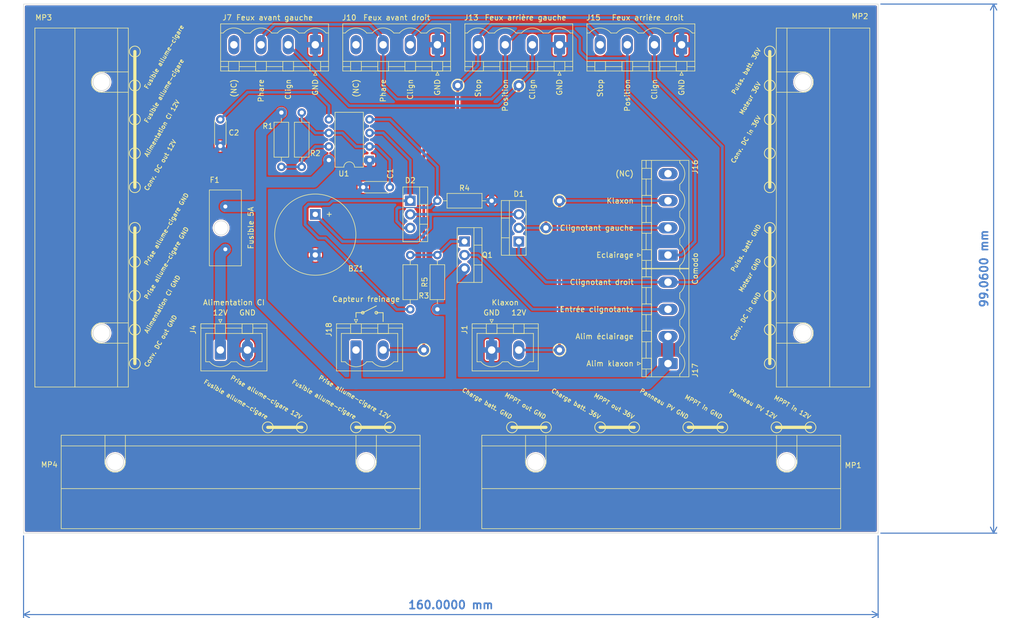
<source format=kicad_pcb>
(kicad_pcb (version 20211014) (generator pcbnew)

  (general
    (thickness 1.6)
  )

  (paper "A4")
  (layers
    (0 "F.Cu" signal)
    (31 "B.Cu" signal)
    (32 "B.Adhes" user "B.Adhesive")
    (33 "F.Adhes" user "F.Adhesive")
    (34 "B.Paste" user)
    (35 "F.Paste" user)
    (36 "B.SilkS" user "B.Silkscreen")
    (37 "F.SilkS" user "F.Silkscreen")
    (38 "B.Mask" user)
    (39 "F.Mask" user)
    (40 "Dwgs.User" user "User.Drawings")
    (41 "Cmts.User" user "User.Comments")
    (42 "Eco1.User" user "User.Eco1")
    (43 "Eco2.User" user "User.Eco2")
    (44 "Edge.Cuts" user)
    (45 "Margin" user)
    (46 "B.CrtYd" user "B.Courtyard")
    (47 "F.CrtYd" user "F.Courtyard")
    (48 "B.Fab" user)
    (49 "F.Fab" user)
    (50 "User.1" user)
    (51 "User.2" user)
    (52 "User.3" user)
    (53 "User.4" user)
    (54 "User.5" user)
    (55 "User.6" user)
    (56 "User.7" user)
    (57 "User.8" user)
    (58 "User.9" user)
  )

  (setup
    (stackup
      (layer "F.SilkS" (type "Top Silk Screen"))
      (layer "F.Paste" (type "Top Solder Paste"))
      (layer "F.Mask" (type "Top Solder Mask") (thickness 0.01))
      (layer "F.Cu" (type "copper") (thickness 0.035))
      (layer "dielectric 1" (type "core") (thickness 1.51) (material "FR4") (epsilon_r 4.5) (loss_tangent 0.02))
      (layer "B.Cu" (type "copper") (thickness 0.035))
      (layer "B.Mask" (type "Bottom Solder Mask") (thickness 0.01))
      (layer "B.Paste" (type "Bottom Solder Paste"))
      (layer "B.SilkS" (type "Bottom Silk Screen"))
      (copper_finish "None")
      (dielectric_constraints no)
    )
    (pad_to_mask_clearance 0)
    (pcbplotparams
      (layerselection 0x00010e0_ffffffff)
      (disableapertmacros false)
      (usegerberextensions false)
      (usegerberattributes true)
      (usegerberadvancedattributes true)
      (creategerberjobfile true)
      (svguseinch false)
      (svgprecision 6)
      (excludeedgelayer true)
      (plotframeref false)
      (viasonmask false)
      (mode 1)
      (useauxorigin false)
      (hpglpennumber 1)
      (hpglpenspeed 20)
      (hpglpendiameter 15.000000)
      (dxfpolygonmode true)
      (dxfimperialunits true)
      (dxfusepcbnewfont true)
      (psnegative false)
      (psa4output false)
      (plotreference true)
      (plotvalue true)
      (plotinvisibletext false)
      (sketchpadsonfab false)
      (subtractmaskfromsilk false)
      (outputformat 1)
      (mirror false)
      (drillshape 0)
      (scaleselection 1)
      (outputdirectory "")
    )
  )

  (net 0 "")
  (net 1 "GND")
  (net 2 "Net-(F1-Pad2)")
  (net 3 "Net-(D1-Pad1)")
  (net 4 "Net-(D1-Pad2)")
  (net 5 "unconnected-(J7-Pad4)")
  (net 6 "unconnected-(J10-Pad4)")
  (net 7 "Net-(J10-Pad3)")
  (net 8 "Net-(J13-Pad4)")
  (net 9 "Net-(J1-Pad2)")
  (net 10 "/Flasher/Out")
  (net 11 "unconnected-(J17-Pad4)")
  (net 12 "/12V_5A")
  (net 13 "Net-(Q1-Pad1)")
  (net 14 "Net-(C1-Pad1)")
  (net 15 "Net-(D2-Pad1)")
  (net 16 "Net-(D2-Pad3)")
  (net 17 "Net-(C2-Pad1)")
  (net 18 "Net-(R1-Pad2)")
  (net 19 "/Flasher/Enable")

  (footprint "circuit:Wago_221-500_SplicingConnectorHolder" (layer "F.Cu") (at 94.615 72.39 90))

  (footprint "Buzzer_Beeper:Buzzer_15x7.5RM7.6" (layer "F.Cu") (at 134.62 73.66 -90))

  (footprint "circuit:Strap_D2.0mm_Drill1.0mm" (layer "F.Cu") (at 172.72 49.53))

  (footprint "circuit:Wago_221-500_SplicingConnectorHolder" (layer "F.Cu") (at 120.65 120.015 180))

  (footprint "circuit:Littelfuse_FuseHolder_FL1_178.6764.0001" (layer "F.Cu") (at 117.78 76.2 -90))

  (footprint "Capacitor_THT:C_Disc_D4.3mm_W1.9mm_P5.00mm" (layer "F.Cu") (at 116.84 55.88 -90))

  (footprint "circuit:Generic_HeaderSocket_1x02_P5.08mm_Vertical_Open" (layer "F.Cu") (at 116.84 99.06))

  (footprint "Resistor_THT:R_Axial_DIN0207_L6.3mm_D2.5mm_P10.16mm_Horizontal" (layer "F.Cu") (at 152.4 91.44 90))

  (footprint "circuit:Generic_HeaderSocket_1x04_P5.08mm_Vertical_Open" (layer "F.Cu") (at 180.34 41.91 180))

  (footprint "Package_DIP:DIP-8_W7.62mm" (layer "F.Cu") (at 144.78 63.5 180))

  (footprint "circuit:Strap_D2.0mm_Drill1.0mm" (layer "F.Cu") (at 177.8 76.2))

  (footprint "circuit:Strap_D2.0mm_Drill1.0mm" (layer "F.Cu") (at 180.34 99.06))

  (footprint "circuit:Generic_HeaderSocket_1x04_P5.08mm_Vertical_Open" (layer "F.Cu") (at 203.2 41.91 180))

  (footprint "Package_TO_SOT_THT:TO-220-3_Vertical" (layer "F.Cu") (at 172.72 78.74 90))

  (footprint "circuit:Generic_HeaderSocket_1x04_P5.08mm_Vertical_Open" (layer "F.Cu") (at 134.62 41.91 180))

  (footprint "Package_TO_SOT_THT:TO-220-3_Vertical" (layer "F.Cu") (at 152.4 71.12 -90))

  (footprint "circuit:Generic_HeaderSocket_1x04_P5.08mm_Vertical_Open" (layer "F.Cu") (at 200.66 101.6 90))

  (footprint "Resistor_THT:R_Axial_DIN0207_L6.3mm_D2.5mm_P10.16mm_Horizontal" (layer "F.Cu") (at 157.48 91.44 90))

  (footprint "circuit:Wago_221-500_SplicingConnectorHolder" (layer "F.Cu") (at 225.933 72.39 -90))

  (footprint "Resistor_THT:R_Axial_DIN0207_L6.3mm_D2.5mm_P10.16mm_Horizontal" (layer "F.Cu") (at 157.48 71.12))

  (footprint "circuit:Strap_D2.0mm_Drill1.0mm" (layer "F.Cu") (at 154.94 99.06))

  (footprint "Resistor_THT:R_Axial_DIN0207_L6.3mm_D2.5mm_P10.16mm_Horizontal" (layer "F.Cu") (at 128.27 54.61 -90))

  (footprint "Resistor_THT:R_Axial_DIN0207_L6.3mm_D2.5mm_P10.16mm_Horizontal" (layer "F.Cu") (at 132.08 64.77 90))

  (footprint "circuit:Strap_D2.0mm_Drill1.0mm" (layer "F.Cu") (at 180.34 71.12))

  (footprint "Capacitor_THT:C_Disc_D4.3mm_W1.9mm_P5.00mm" (layer "F.Cu") (at 148.59 68.58 180))

  (footprint "circuit:Strap_D2.0mm_Drill1.0mm" (layer "F.Cu") (at 161.29 49.53))

  (footprint "circuit:Generic_HeaderSocket_1x02_P5.08mm_Vertical_Open" (layer "F.Cu") (at 167.64 99.06))

  (footprint "circuit:Wago_221-500_SplicingConnectorHolder" (layer "F.Cu") (at 199.39 120.015 180))

  (footprint "circuit:Generic_HeaderSocket_1x02_P5.08mm_Vertical_Open" (layer "F.Cu") (at 142.24 99.06))

  (footprint "circuit:Generic_HeaderSocket_1x04_P5.08mm_Vertical_Open" (layer "F.Cu") (at 200.66 81.28 90))

  (footprint "Package_TO_SOT_THT:TO-220-3_Vertical" (layer "F.Cu") (at 162.56 78.74 -90))

  (footprint "circuit:Generic_HeaderSocket_1x04_P5.08mm_Vertical_Open" (layer "F.Cu") (at 157.48 41.91 180))

  (gr_circle (center 219.71 43.18) (end 219.71 44.196) (layer "F.SilkS") (width 0.15) (fill none) (tstamp 00cc452e-ba96-4e88-af55-18733b4ebc37))
  (gr_line (start 143.51 92.075) (end 146.05 90.805) (layer "F.SilkS") (width 0.15) (tstamp 037ebb6b-c1e3-482d-a0fb-4947fbe14174))
  (gr_circle (center 227.33 113.538) (end 228.346 113.538) (layer "F.SilkS") (width 0.15) (fill none) (tstamp 055fcf87-c6aa-4d3a-b430-5d09e34b74e5))
  (gr_circle (center 100.838 82.55) (end 100.838 83.566) (layer "F.SilkS") (width 0.15) (fill none) (tstamp 0b32eb5e-cf7d-4f91-a80b-b69cb363145f))
  (gr_circle (center 100.838 55.88) (end 100.838 56.896) (layer "F.SilkS") (width 0.15) (fill none) (tstamp 0d55e7a3-dc43-43c6-9a9a-2009d8d31a46))
  (gr_circle (center 219.71 101.6) (end 219.71 102.616) (layer "F.SilkS") (width 0.15) (fill none) (tstamp 0e0ef8f7-8f11-42c6-a45f-df3b4592f844))
  (gr_circle (center 100.838 76.2) (end 100.838 77.216) (layer "F.SilkS") (width 0.15) (fill none) (tstamp 1c60a30a-615f-448b-a49b-d8cc700366e8))
  (gr_circle (center 219.71 55.88) (end 219.71 56.896) (layer "F.SilkS") (width 0.15) (fill none) (tstamp 1eb217a3-880e-4df2-9811-286c14ac7f74))
  (gr_circle (center 100.838 49.53) (end 100.838 50.546) (layer "F.SilkS") (width 0.15) (fill none) (tstamp 21c33e54-0519-410a-b68d-8ed076ea3b1e))
  (gr_circle (center 219.71 95.25) (end 219.71 96.266) (layer "F.SilkS") (width 0.15) (fill none) (tstamp 22f715ec-100a-4c8e-ab3e-fe94307aa39f))
  (gr_line (start 142.24 92.075) (end 143.51 92.075) (layer "F.SilkS") (width 0.15) (tstamp 2665a517-cfa8-4700-85c7-f742ee9f908d))
  (gr_line (start 219.71 101.6) (end 219.71 76.2) (layer "F.SilkS") (width 0.6) (tstamp 267ab17e-424b-4c5b-bf96-65deaaa5db5d))
  (gr_line (start 171.45 113.538) (end 177.8 113.538) (layer "F.SilkS") (width 0.6) (tstamp 276e2239-1b6d-4c52-a207-9385ed3216ee))
  (gr_circle (center 204.47 113.538) (end 204.47 114.554) (layer "F.SilkS") (width 0.15) (fill none) (tstamp 30a29d66-4141-4259-8081-d6952d8bac58))
  (gr_line (start 142.24 92.964) (end 142.24 92.075) (layer "F.SilkS") (width 0.15) (tstamp 317163f5-2dcf-44f7-ad22-042c6ecaf6a0))
  (gr_circle (center 219.71 76.2) (end 219.71 77.216) (layer "F.SilkS") (width 0.15) (fill none) (tstamp 3415d0f1-a5ec-4da2-977b-59cdf177a34e))
  (gr_circle (center 143.51 92.075) (end 143.51 92.329) (layer "F.SilkS") (width 0.15) (fill none) (tstamp 3ba68855-4f8b-4d02-b57a-7a757e623ac6))
  (gr_line (start 147.32 93.726) (end 147.32 92.075) (layer "F.SilkS") (width 0.15) (tstamp 4884cbfa-0b58-4e04-88a2-8b0679a49cfe))
  (gr_circle (center 177.8 113.538) (end 178.816 113.538) (layer "F.SilkS") (width 0.15) (fill none) (tstamp 4ae8d5b6-ac5e-42d2-b8f3-c8cc021daa80))
  (gr_circle (center 100.838 62.23) (end 100.838 63.246) (layer "F.SilkS") (width 0.15) (fill none) (tstamp 51e3ee0a-facb-4db4-9532-340a50f8f1f2))
  (gr_circle (center 210.82 113.538) (end 211.836 113.538) (layer "F.SilkS") (width 0.15) (fill none) (tstamp 556aaf9d-07f6-43f6-8fc0-4e9785c941f1))
  (gr_circle (center 100.838 101.6) (end 100.838 102.616) (layer "F.SilkS") (width 0.15) (fill none) (tstamp 5bf0cce5-0f16-48e1-8027-73d52d0770a7))
  (gr_line (start 146.05 92.075) (end 147.32 92.075) (layer "F.SilkS") (width 0.15) (tstamp 64594d5f-3d87-4b12-b761-9dd43370d25f))
  (gr_line (start 100.838 101.6) (end 100.838 76.2) (layer "F.SilkS") (width 0.6) (tstamp 6880ab3e-a6aa-4a14-9152-a9eb9358d1fc))
  (gr_circle (center 148.59 113.538) (end 149.606 113.538) (layer "F.SilkS") (width 0.15) (fill none) (tstamp 6a0bff84-e9d8-41a3-aabe-ad4db7905799))
  (gr_circle (center 146.05 92.075) (end 146.05 92.329) (layer "F.SilkS") (width 0.15) (fill none) (tstamp 70832878-fccb-4304-88d0-2e6b8d58c95c))
  (gr_line (start 125.73 113.538) (end 132.08 113.538) (layer "F.SilkS") (width 0.6) (tstamp 762ff740-3b01-4bc8-872a-9874ec8e35e1))
  (gr_circle (center 219.71 62.23) (end 219.71 63.246) (layer "F.SilkS") (width 0.15) (fill none) (tstamp 82d429c8-e93d-4f0a-b38e-c4998fc025d4))
  (gr_circle (center 219.71 88.9) (end 219.71 89.916) (layer "F.SilkS") (width 0.15) (fill none) (tstamp 8c73b2a6-3a37-44e3-a20a-4d59420eda58))
  (gr_circle (center 132.08 113.538) (end 133.096 113.538) (layer "F.SilkS") (width 0.15) (fill none) (tstamp 8c76b169-ab5a-4294-b011-8cc6dbfede52))
  (gr_line (start 142.24 113.538) (end 148.59 113.538) (layer "F.SilkS") (width 0.6) (tstamp 91be0c4d-31d3-4e82-bf1f-77f12a0724d3))
  (gr_circle (center 100.838 68.58) (end 100.838 69.596) (layer "F.SilkS") (width 0.15) (fill none) (tstamp 92debe54-aa60-4d78-93c4-7bed450025c3))
  (gr_circle (center 187.96 113.538) (end 187.96 114.554) (layer "F.SilkS") (width 0.15) (fill none) (tstamp 9e269d91-7d17-4c00-b467-153271320d02))
  (gr_line (start 204.47 113.538) (end 210.82 113.538) (layer "F.SilkS") (width 0.6) (tstamp 9f5f49d5-5120-4673-b032-f8b828707780))
  (gr_circle (center 219.71 68.58) (end 219.71 69.596) (layer "F.SilkS") (width 0.15) (fill none) (tstamp ae522db0-de0e-46c6-a5db-2a3e5dc1e2c8))
  (gr_line (start 187.96 113.538) (end 194.31 113.538) (layer "F.SilkS") (width 0.6) (tstamp b9dd1e64-81b6-4cb3-a41a-714927a1f651))
  (gr_line (start 220.98 113.538) (end 227.33 113.538) (layer "F.SilkS") (width 0.6) (tstamp bd1578a3-4a14-4bd9-bd84-0de04e146746))
  (gr_line (start 219.71 68.58) (end 219.71 43.18) (layer "F.SilkS") (width 0.6) (tstamp c385224b-423f-40f8-919d-7bb5706505b4))
  (gr_circle (center 100.838 43.18) (end 100.838 44.196) (layer "F.SilkS") (width 0.15) (fill none) (tstamp c52275f8-949a-4fec-91e2-a5d4834b2abf))
  (gr_circle (center 194.31 113.538) (end 195.326 113.538) (layer "F.SilkS") (width 0.15) (fill none) (tstamp c623ebf3-b72b-47a6-99f0-44d878243028))
  (gr_circle (center 142.24 113.538) (end 142.24 114.554) (layer "F.SilkS") (width 0.15) (fill none) (tstamp d76ff1a7-35b0-4008-84bc-2c8ee966a14c))
  (gr_circle (center 219.71 82.55) (end 219.71 83.566) (layer "F.SilkS") (width 0.15) (fill none) (tstamp dd06bd11-c251-457b-b962-c3f96bc19116))
  (gr_circle (center 100.838 95.25) (end 100.838 96.266) (layer "F.SilkS") (width 0.15) (fill none) (tstamp e0a52752-2d8f-477c-9516-b9400a50c85b))
  (gr_line (start 100.838 68.58) (end 100.838 43.18) (layer "F.SilkS") (width 0.6) (tstamp e16a7896-6132-41a2-88b1-6a30824e02f1))
  (gr_circle (center 219.71 49.53) (end 219.71 50.546) (layer "F.SilkS") (width 0.15) (fill none) (tstamp e613b6cd-fa9d-4fee-b77c-739df61b24e7))
  (gr_circle (center 125.73 113.538) (end 125.73 114.554) (layer "F.SilkS") (width 0.15) (fill none) (tstamp ec541a50-51a5-45b4-bd93-6dc3c5da4675))
  (gr_circle (center 171.45 113.538) (end 171.45 114.554) (layer "F.SilkS") (width 0.15) (fill none) (tstamp f896295d-a092-487a-b396-fb2265acf685))
  (gr_circle (center 220.98 113.538) (end 220.98 114.554) (layer "F.SilkS") (width 0.15) (fill none) (tstamp f96da55c-37fd-441a-97cf-2faa4effb06f))
  (gr_circle (center 100.838 88.9) (end 100.838 89.916) (layer "F.SilkS") (width 0.15) (fill none) (tstamp ff786ef8-333e-498b-b6d9-09fa2cc3b86f))
  (gr_rect (start 80 34.29) (end 240 133.35) (layer "Edge.Cuts") (width 0.1) (fill none) (tstamp baf93642-2aff-4fc6-b370-4199fa085aee))
  (gr_text "Entrée clignotants" (at 194.31 91.44) (layer "F.SilkS") (tstamp 009327c0-15ee-46e8-892a-58efec518749)
    (effects (font (size 1 1) (thickness 0.15)) (justify right))
  )
  (gr_text "Puiss. batt. 36V" (at 217.805 42.545 60) (layer "F.SilkS") (tstamp 0179d269-e1dc-4937-a3ba-dc7abdc5a4b8)
    (effects (font (size 0.8 0.8) (thickness 0.15)) (justify right))
  )
  (gr_text "Capteur freinage" (at 144.145 89.535) (layer "F.SilkS") (tstamp 10f0e3a0-addc-4d65-a2d4-724846e23a5f)
    (effects (font (size 1 1) (thickness 0.15)))
  )
  (gr_text "MPPT in GND" (at 210.82 111.76 330) (layer "F.SilkS") (tstamp 12b35428-8b71-4e7d-bfce-e55e30306b03)
    (effects (font (size 0.8 0.8) (thickness 0.15)) (justify right))
  )
  (gr_text "GND" (at 167.64 92.075) (layer "F.SilkS") (tstamp 12d9dba3-877d-4c21-a5de-a6d93121bc35)
    (effects (font (size 1 1) (thickness 0.15)))
  )
  (gr_text "MPPT out 36V" (at 194.31 111.76 330) (layer "F.SilkS") (tstamp 13bbd547-101b-46f3-94a0-1df1740595c5)
    (effects (font (size 0.8 0.8) (thickness 0.15)) (justify right))
  )
  (gr_text "Fusible 5A" (at 122.555 76.2 90) (layer "F.SilkS") (tstamp 1544f11d-aee5-4f7d-8a2a-3a2ade2a123d)
    (effects (font (size 1 1) (thickness 0.15)))
  )
  (gr_text "Klaxon" (at 170.18 90.17) (layer "F.SilkS") (tstamp 181f8ef5-8c40-480c-9ede-6f3c7b5ce2ff)
    (effects (font (size 1 1) (thickness 0.15)))
  )
  (gr_text "GND" (at 121.92 92.075) (layer "F.SilkS") (tstamp 184e2e09-0552-4371-9e84-9ca65c6d6146)
    (effects (font (size 1 1) (thickness 0.15)))
  )
  (gr_text "Charge batt. 36V" (at 187.96 111.76 330) (layer "F.SilkS") (tstamp 2069bd85-f5ab-4eeb-82ac-ac9ee9e228da)
    (effects (font (size 0.8 0.8) (thickness 0.15)) (justify right))
  )
  (gr_text "Prise allume-cigare 12V" (at 132.08 111.76 330) (layer "F.SilkS") (tstamp 21b0bf50-46d5-4c49-8311-ed3f6264e51e)
    (effects (font (size 0.8 0.8) (thickness 0.15)) (justify right))
  )
  (gr_text "MPPT out GND" (at 177.8 111.76 330) (layer "F.SilkS") (tstamp 29a589e5-3dc9-406d-8d03-2e70186b2e09)
    (effects (font (size 0.8 0.8) (thickness 0.15)) (justify right))
  )
  (gr_text "Clignotant droit" (at 194.31 86.36) (layer "F.SilkS") (tstamp 29d90419-1132-4a2b-970e-b0eccfab1cf9)
    (effects (font (size 1 1) (thickness 0.15)) (justify right))
  )
  (gr_text "GND" (at 134.62 48.26 90) (layer "F.SilkS") (tstamp 2c926ee1-e3c9-40cf-95b9-6c82dc648463)
    (effects (font (size 1 1) (thickness 0.15)) (justify right))
  )
  (gr_text "GND" (at 157.48 48.26 90) (layer "F.SilkS") (tstamp 33c457be-7434-4972-9b74-59a2a75dfe1f)
    (effects (font (size 1 1) (thickness 0.15)) (justify right))
  )
  (gr_text "12V" (at 172.72 92.075) (layer "F.SilkS") (tstamp 3464ffab-61f6-4506-aa32-74780900afde)
    (effects (font (size 1 1) (thickness 0.15)))
  )
  (gr_text "Conv. DC in GND" (at 217.805 88.265 60) (layer "F.SilkS") (tstamp 354f4214-25cc-4c1c-af90-691b93e325f6)
    (effects (font (size 0.8 0.8) (thickness 0.15)) (justify right))
  )
  (gr_text "Fusible allume-cigare" (at 142.24 111.76 330) (layer "F.SilkS") (tstamp 36a31b89-4d85-42e0-a55c-c839a34f9025)
    (effects (font (size 0.8 0.8) (thickness 0.15)) (justify right))
  )
  (gr_text "Fusible allume-cigare" (at 125.73 111.76 330) (layer "F.SilkS") (tstamp 39e7c3a6-7728-4532-abb1-94c7cefee84c)
    (effects (font (size 0.8 0.8) (thickness 0.15)) (justify right))
  )
  (gr_text "Conv. DC out 12V" (at 102.87 69.215 60) (layer "F.SilkS") (tstamp 4430018d-167b-42c4-88a6-aec09ab96fc1)
    (effects (font (size 0.8 0.8) (thickness 0.15)) (justify left))
  )
  (gr_text "Feux avant gauche" (at 127 36.83) (layer "F.SilkS") (tstamp 479e96c7-febe-46ff-b0f9-4ff5069df68d)
    (effects (font (size 1 1) (thickness 0.15)))
  )
  (gr_text "Feux arrière gauche" (at 173.99 36.83) (layer "F.SilkS") (tstamp 5050200a-ec68-42b1-b377-093dec82d41a)
    (effects (font (size 1 1) (thickness 0.15)))
  )
  (gr_text "Clign" (at 175.26 48.26 90) (layer "F.SilkS") (tstamp 5a15157a-7512-4e5c-84d4-469b0cf5e59f)
    (effects (font (size 1 1) (thickness 0.15)) (justify right))
  )
  (gr_text "Clignotant gauche" (at 194.31 76.2) (layer "F.SilkS") (tstamp 5fdd986d-182f-4920-a3f2-bb498f06298c)
    (effects (font (size 1 1) (thickness 0.15)) (justify right))
  )
  (gr_text "Panneau PV GND" (at 204.47 111.76 330) (layer "F.SilkS") (tstamp 61f9941f-5166-4352-a2f2-5b11a6cad889)
    (effects (font (size 0.8 0.8) (thickness 0.15)) (justify right))
  )
  (gr_text "Alimentation CI 12V" (at 102.87 62.865 60) (layer "F.SilkS") (tstamp 65a57779-4789-40b5-bd5a-fe715e8093a8)
    (effects (font (size 0.8 0.8) (thickness 0.15)) (justify left))
  )
  (gr_text "12V" (at 116.84 92.075) (layer "F.SilkS") (tstamp 67d847b8-f92c-4347-addf-84d787c4ca95)
    (effects (font (size 1 1) (thickness 0.15)))
  )
  (gr_text "Prise allume-cigare GND" (at 102.87 83.185 60) (layer "F.SilkS") (tstamp 6eff0d18-74e4-4ad2-b719-69c3c845f121)
    (effects (font (size 0.8 0.8) (thickness 0.15)) (justify left))
  )
  (gr_text "Clign" (at 198.12 48.26 90) (layer "F.SilkS") (tstamp 700b58be-56ba-4cb7-a015-f3877f13d200)
    (effects (font (size 1 1) (thickness 0.15)) (justify right))
  )
  (gr_text "Alimentation CI GND" (at 102.87 95.885 60) (layer "F.SilkS") (tstamp 71182d09-709a-47f7-b7f3-dac75ae64276)
    (effects (font (size 0.8 0.8) (thickness 0.15)) (justify left))
  )
  (gr_text "Charge batt. GND" (at 171.45 111.76 330) (layer "F.SilkS") (tstamp 714110b5-09b5-4edb-8143-6d8636562c61)
    (effects (font (size 0.8 0.8) (thickness 0.15)) (justify right))
  )
  (gr_text "Stop" (at 165.1 48.26 90) (layer "F.SilkS") (tstamp 722c265d-2783-4131-9fa5-c3608639bdec)
    (effects (font (size 1 1) (thickness 0.15)) (justify right))
  )
  (gr_text "Prise allume-cigare GND" (at 102.87 89.535 60) (layer "F.SilkS") (tstamp 7672544e-9c7f-4530-bed9-ccbf1fc792e2)
    (effects (font (size 0.8 0.8) (thickness 0.15)) (justify left))
  )
  (gr_text "(NC)" (at 142.24 48.26 90) (layer "F.SilkS") (tstamp 81670fe2-cb26-430f-b727-4812bc9dcec2)
    (effects (font (size 1 1) (thickness 0.15)) (justify right))
  )
  (gr_text "Clign" (at 152.4 48.26 90) (layer "F.SilkS") (tstamp 85a06cc9-afdf-41f7-b124-edeaa893efac)
    (effects (font (size 1 1) (thickness 0.15)) (justify right))
  )
  (gr_text "Clign" (at 129.54 48.26 90) (layer "F.SilkS") (tstamp 8e752887-0b98-4c6b-b65f-b332ae9a9362)
    (effects (font (size 1 1) (thickness 0.15)) (justify right))
  )
  (gr_text "Feux arrière droit" (at 196.85 36.83) (layer "F.SilkS") (tstamp 922a98d4-aa77-4c67-b89f-e480c6ae99db)
    (effects (font (size 1 1) (thickness 0.15)))
  )
  (gr_text "Fusible allume-cigare" (at 102.87 56.515 60) (layer "F.SilkS") (tstamp 93c27926-85d0-4404-b295-380ef1e37ac5)
    (effects (font (size 0.8 0.8) (thickness 0.15)) (justify left))
  )
  (gr_text "Position" (at 170.18 48.26 90) (layer "F.SilkS") (tstamp 9403f260-da8c-45a7-9c0e-fdad94d66a10)
    (effects (font (size 1 1) (thickness 0.15)) (justify right))
  )
  (gr_text "Phare" (at 147.32 48.26 90) (layer "F.SilkS") (tstamp 94258d65-465f-472b-ac8e-490f605ed077)
    (effects (font (size 1 1) (thickness 0.15)) (justify right))
  )
  (gr_text "Moteur GND" (at 217.805 81.915 60) (layer "F.SilkS") (tstamp 9a6087f4-bc8b-43cd-8846-40fb689372eb)
    (effects (font (size 0.8 0.8) (thickness 0.15)) (justify right))
  )
  (gr_text "Alim éclairage" (at 194.31 96.52) (layer "F.SilkS") (tstamp ac9c7750-93d2-41f0-97bd-67093134d658)
    (effects (font (size 1 1) (thickness 0.15)) (justify right))
  )
  (gr_text "MPPT in 12V" (at 227.33 111.76 330) (layer "F.SilkS") (tstamp ae97602b-c29e-4540-95a0-a90ab7fb8a31)
    (effects (font (size 0.8 0.8) (thickness 0.15)) (justify right))
  )
  (gr_text "Feux avant droit" (at 149.86 36.83) (layer "F.SilkS") (tstamp b2f15d2e-8ab4-4101-9c07-858be9e8e3b8)
    (effects (font (size 1 1) (thickness 0.15)))
  )
  (gr_text "Eclairage" (at 194.31 81.28) (layer "F.SilkS") (tstamp be57702c-5815-47a9-b9b9-e783c8223dc9)
    (effects (font (size 1 1) (thickness 0.15)) (justify right))
  )
  (gr_text "Phare" (at 124.46 48.26 90) (layer "F.SilkS") (tstamp bf17cf21-f1a8-4a6b-80a7-084e7c3b2eb1)
    (effects (font (size 1 1) (thickness 0.15)) (justify right))
  )
  (gr_text "Panneau PV 12V" (at 220.98 111.76 330) (layer "F.SilkS") (tstamp c002088f-cfde-4354-822c-968e274e8262)
    (effects (font (size 0.8 0.8) (thickness 0.15)) (justify right))
  )
  (gr_text "Stop" (at 187.96 48.26 90) (layer "F.SilkS") (tstamp c097cb44-de61-4987-b402-80ee892def3d)
    (effects (font (size 1 1) (thickness 0.15)) (justify right))
  )
  (gr_text "Moteur 36V" (at 217.805 48.895 60) (layer "F.SilkS") (tstamp c343e982-c378-429e-a351-6bb7a503e83b)
    (effects (font (size 0.8 0.8) (thickness 0.15)) (justify right))
  )
  (gr_text "(NC)" (at 194.31 66.04) (layer "F.SilkS") (tstamp c37607ba-c9a9-4b49-9c6b-40e258059f1a)
    (effects (font (size 1 1) (thickness 0.15)) (justify right))
  )
  (gr_text "Klaxon" (at 194.31 71.12) (layer "F.SilkS") (tstamp c62e4f50-4d66-4232-b6e1-c4686e60ff45)
    (effects (font (size 1 1) (thickness 0.15)) (justify right))
  )
  (gr_text "Alimentation CI" (at 119.38 90.17) (layer "F.SilkS") (tstamp d185276d-52f9-43b2-b205-1ad3d64318ab)
    (effects (font (size 1 1) (thickness 0.15)))
  )
  (gr_text "Conv. DC in 36V" (at 217.805 55.245 60) (layer "F.SilkS") (tstamp d6b3a406-6bda-477d-9ab9-2d46febf82b0)
    (effects (font (size 0.8 0.8) (thickness 0.15)) (justify right))
  )
  (gr_text "Alim klaxon" (at 194.31 101.6) (layer "F.SilkS") (tstamp d6dba4b6-cc89-47bc-8a8e-f65dc0b05f49)
    (effects (font (size 1 1) (thickness 0.15)) (justify right))
  )
  (gr_text "Conv. DC out GND" (at 102.87 102.235 60) (layer "F.SilkS") (tstamp d76d4d60-7c6c-4800-9139-422dfceee3ab)
    (effects (font (size 0.8 0.8) (thickness 0.15)) (justify left))
  )
  (gr_text "Position" (at 193.04 48.26 90) (layer "F.SilkS") (tstamp d996caa2-9490-43a7-b6d5-be6ef90f2813)
    (effects (font (size 1 1) (thickness 0.15)) (justify right))
  )
  (gr_text "Fusible allume-cigare" (at 102.87 50.165 60) (layer "F.SilkS") (tstamp dab41d0b-79b2-4449-b22f-6c5c4e5e953e)
    (effects (font (size 0.8 0.8) (thickness 0.15)) (justify left))
  )
  (gr_text "Comodo" (at 205.74 83.82 90) (layer "F.SilkS") (tstamp dbb9f5e6-2e8f-4c85-afe4-940d2c33e0c6)
    (effects (font (size 1 1) (thickness 0.15)))
  )
  (gr_text "(NC)" (at 119.38 48.26 90) (layer "F.SilkS") (tstamp e6c921ac-e5b4-4c56-a84a-39691a60427d)
    (effects (font (size 1 1) (thickness 0.15)) (justify right))
  )
  (gr_text "GND" (at 203.2 48.26 90) (layer "F.SilkS") (tstamp f06d498b-d592-47e6-b472-036a273bf9fc)
    (effects (font (size 1 1) (thickness 0.15)) (justify right))
  )
  (gr_text "Puiss. batt. GND" (at 217.805 75.565 60) (layer "F.SilkS") (tstamp f2a68f75-7097-4d14-aa83-0930ed3879c2)
    (effects (font (size 0.8 0.8) (thickness 0.15)) (justify right))
  )
  (gr_text "Prise allume-cigare 12V" (at 148.59 111.76 330) (layer "F.SilkS") (tstamp f5ae01be-f92f-46e1-93d8-12890137dba7)
    (effects (font (size 0.8 0.8) (thickness 0.15)) (justify right))
  )
  (gr_text "GND" (at 180.34 48.26 90) (layer "F.SilkS") (tstamp f9a58e77-e2ef-4d43-91c6-174b5c2ccb7e)
    (effects (font (size 1 1) (thickness 0.15)) (justify right))
  )
  (dimension (type aligned) (layer "B.Cu") (tstamp 4e1f1c92-8a9a-4ed5-bef2-e21d317891d9)
    (pts (xy 240 133.35) (xy 80 133.35))
    (height -15.24)
    (gr_text "160.0000 mm" (at 160 146.79) (layer "B.Cu") (tstamp 4e1f1c92-8a9a-4ed5-bef2-e21d317891d9)
      (effects (font (size 1.5 1.5) (thickness 0.3)))
    )
    (format (units 3) (units_format 1) (precision 4))
    (style (thickness 0.2) (arrow_length 1.27) (text_position_mode 0) (extension_height 0.58642) (extension_offset 0.5) keep_text_aligned)
  )
  (dimension (type aligned) (layer "B.Cu") (tstamp 7b10cdd2-34ca-4948-92f5-f31747f57471)
    (pts (xy 240 133.35) (xy 240 34.29))
    (height 21.62)
    (gr_text "99.0600 mm" (at 259.82 83.82 90) (layer "B.Cu") (tstamp 7b10cdd2-34ca-4948-92f5-f31747f57471)
      (effects (font (size 1.5 1.5) (thickness 0.3)))
    )
    (format (units 3) (units_format 1) (precision 4))
    (style (thickness 0.2) (arrow_length 1.27) (text_position_mode 0) (extension_height 0.58642) (extension_offset 0.5) keep_text_aligned)
  )

  (segment (start 116.84 81.14) (end 117.78 80.2) (width 2.032) (layer "B.Cu") (net 2) (tstamp 5c00ef32-89e2-4b31-b097-14aee8989fe3))
  (segment (start 116.84 99.06) (end 116.84 81.14) (width 2.032) (layer "B.Cu") (net 2) (tstamp bbbcfb12-5a4f-4946-9dfa-822d6c963ee0))
  (segment (start 194.31 36.83) (end 198.12 40.64) (width 0.508) (layer "B.Cu") (net 3) (tstamp 1b047a7a-a238-454e-8160-caa19366d198))
  (segment (start 205.74 86.36) (end 200.66 86.36) (width 0.508) (layer "B.Cu") (net 3) (tstamp 4873c0fa-f9f4-4a3b-9e55-0e4de707f919))
  (segment (start 172.72 81.28) (end 177.8 86.36) (width 0.508) (layer "B.Cu") (net 3) (tstamp 5b587f90-2ad8-407c-9476-dfad5d3d8252))
  (segment (start 210.82 81.28) (end 205.74 86.36) (width 0.508) (layer "B.Cu") (net 3) (tstamp 64ccd70d-4c42-4d87-b1d7-1d1154eb1bf7))
  (segment (start 210.82 60.96) (end 210.82 81.28) (width 0.508) (layer "B.Cu") (net 3) (tstamp 851ffa4c-999e-40ab-8ec3-13cd54cd130e))
  (segment (start 172.72 81.28) (end 172.72 78.74) (width 0.508) (layer "B.Cu") (net 3) (tstamp a692b0f7-add8-4118-ae2f-a8afd0a941ca))
  (segment (start 198.12 48.26) (end 210.82 60.96) (width 0.508) (layer "B.Cu") (net 3) (tstamp c704064f-8ed8-4316-8476-f78b187c2d23))
  (segment (start 152.4 40.64) (end 156.21 36.83) (width 0.508) (layer "B.Cu") (net 3) (tstamp cda60d67-cfbe-4899-8113-a44ae70f988a))
  (segment (start 200.66 86.36) (end 177.8 86.36) (width 0.508) (layer "B.Cu") (net 3) (tstamp d02ee71b-f32a-4785-b7c1-5c1bfa3a05ae))
  (segment (start 156.21 36.83) (end 194.31 36.83) (width 0.508) (layer "B.Cu") (net 3) (tstamp daf8d8a4-007f-4463-bbf7-b3835163dda3))
  (segment (start 198.12 41.91) (end 198.12 48.26) (width 0.508) (layer "B.Cu") (net 3) (tstamp e109767f-388d-43c7-b385-1f370cf9d589))
  (segment (start 172.72 50.8) (end 172.72 49.53) (width 0.508) (layer "F.Cu") (net 4) (tstamp 066b0660-1d07-45c1-8ba9-4c3f616aaebd))
  (segment (start 177.8 55.88) (end 172.72 50.8) (width 0.508) (layer "F.Cu") (net 4) (tstamp 9e26137d-40b9-4d9a-8bdb-342d3f6d1d53))
  (segment (start 177.8 76.2) (end 177.8 55.88) (width 0.508) (layer "F.Cu") (net 4) (tstamp b68338df-fb19-4766-b4fc-de93b9b184ce))
  (segment (start 172.72 76.2) (end 200.66 76.2) (width 0.508) (layer "B.Cu") (net 4) (tstamp 14455b78-79a9-4c5f-ad84-71477e1d0310))
  (segment (start 175.26 41.91) (end 175.26 46.99) (width 0.508) (layer "B.Cu") (net 4) (tstamp 217e7820-38f4-497b-bf8c-900dec9daa93))
  (segment (start 140.97 53.34) (end 129.54 41.91) (width 0.508) (layer "B.Cu") (net 4) (tstamp 34c6bc3f-52e8-4958-b11b-9647606ec695))
  (segment (start 168.91 53.34) (end 140.97 53.34) (width 0.508) (layer "B.Cu") (net 4) (tstamp 4e5ba461-1e60-409e-9441-47590a16c898))
  (segment (start 175.26 46.99) (end 172.72 49.53) (width 0.508) (layer "B.Cu") (net 4) (tstamp e40fa4f2-2500-46d2-962a-8d6b9fba4a8e))
  (segment (start 172.72 49.53) (end 168.91 53.34) (width 0.508) (layer "B.Cu") (net 4) (tstamp e98a33b8-753e-4447-9b0a-bb4b1229a761))
  (segment (start 200.66 81.28) (end 203.2 81.28) (width 0.508) (layer "B.Cu") (net 7) (tstamp 03e25e78-de0a-43c9-be9d-f1bda354831a))
  (segment (start 184.15 40.64) (end 184.15 43.18) (width 0.508) (layer "B.Cu") (net 7) (tstamp 05fe1016-7f24-412c-8dd8-9bea47170f8e))
  (segment (start 147.32 49.53) (end 147.32 41.91) (width 0.508) (layer "B.Cu") (net 7) (tstamp 06e84a9e-2ba9-459b-8c94-e28aa8258f8d))
  (segment (start 182.88 39.37) (end 184.15 40.64) (width 0.508) (layer "B.Cu") (net 7) (tstamp 0e1255eb-10f5-49d6-8156-ccbdbba5aff5))
  (segment (start 124.46 40.64) (end 127 38.1) (width 0.508) (layer "B.Cu") (net 7) (tstamp 34f760b4-3847-4c4d-8d8d-4e22a8b71931))
  (segment (start 170.18 49.53) (end 167.64 52.07) (width 0.508) (layer "B.Cu") (net 7) (tstamp 35cf3ed3-d609-4b6f-8925-bdeb5ede55ff))
  (segment (start 205.74 78.74) (end 205.74 63.5) (width 0.508) (layer "B.Cu") (net 7) (tstamp 48a0fe0d-de3e-4dd5-b912-a6f011b575a2))
  (segment (start 185.42 44.45) (end 193.04 44.45) (width 0.508) (layer "B.Cu") (net 7) (tstamp 50dfe92c-d161-4d6b-8eb1-ba6b65778db0))
  (segment (start 127 38.1) (end 144.78 38.1) (width 0.508) (layer "B.Cu") (net 7) (tstamp 57949ec2-2d6c-46b1-91e4-7d08848f1caf))
  (segment (start 205.74 63.5) (end 193.04 50.8) (width 0.508) (layer "B.Cu") (net 7) (tstamp 5ac26372-c244-46d2-960a-5df174e80e8d))
  (segment (start 170.18 41.91) (end 172.72 39.37) (width 0.508) (layer "B.Cu") (net 7) (tstamp 5bffe957-7e04-4cd6-b36c-905bebbace62))
  (segment (start 172.72 39.37) (end 182.88 39.37) (width 0.508) (layer "B.Cu") (net 7) (tstamp 82e8a220-a39e-4eb6-b33c-ff121d9860d5))
  (segment (start 193.04 50.8) (end 193.04 44.45) (width 0.508) (layer "B.Cu") (net 7) (tstamp 8f95b7ff-5c40-410e-8fcc-a6c2474a9457))
  (segment (start 149.86 52.07) (end 147.32 49.53) (width 0.508) (layer "B.Cu") (net 7) (tstamp 9372b75f-eeef-4a30-8f00-1c5e6b6be751))
  (segment (start 144.78 38.1) (end 147.32 40.64) (width 0.508) (layer "B.Cu") (net 7) (tstamp 998adf27-3512-4a25-a92d-f129f7da6074))
  (segment (start 193.04 44.45) (end 193.04 40.64) (width 0.508) (layer "B.Cu") (net 7) (tstamp a9eee6db-ef91-4896-87a5-14576d80b0ae))
  (segment (start 170.18 41.91) (end 170.18 49.53) (width 0.508) (layer "B.Cu") (net 7) (tstamp b99290c2-6f32-41e2-afff-748cb8db7787))
  (segment (start 203.2 81.28) (end 205.74 78.74) (width 0.508) (layer "B.Cu") (net 7) (tstamp ef4df4a1-07b2-4a92-87d5-495975714946))
  (segment (start 184.15 43.18) (end 185.42 44.45) (width 0.508) (layer "B.Cu") (net 7) (tstamp fc5e65ee-80f1-4e2e-a8fd-410525239d57))
  (segment (start 167.64 52.07) (end 149.86 52.07) (width 0.508) (layer "B.Cu") (net 7) (tstamp fe67350f-eaa1-4c70-b41f-c9f514b7ab9f))
  (segment (start 154.94 60.96) (end 161.29 54.61) (width 0.508) (layer "F.Cu") (net 8) (tstamp 0ee8b4e5-4b7c-4eb6-8470-e098c46d0b47))
  (segment (start 161.29 54.61) (end 161.29 49.53) (width 0.508) (layer "F.Cu") (net 8) (tstamp 55842a66-7971-400e-b84d-cd98bb16748b))
  (segment (start 154.94 99.06) (end 154.94 60.96) (width 0.508) (layer "F.Cu") (net 8) (tstamp 97a4f443-fc7c-40c2-bb61-124358971834))
  (segment (start 147.32 99.06) (end 154.94 99.06) (width 0.508) (layer "B.Cu") (net 8) (tstamp 1648c317-22ab-4fa3-8b6d-5998287e86a6))
  (segment (start 185.42 38.1) (end 187.96 40.64) (width 0.508) (layer "B.Cu") (net 8) (tstamp 180c0a2e-c9e6-46d6-984b-e682d0446a26))
  (segment (start 165.1 45.72) (end 165.1 41.91) (width 0.508) (layer "B.Cu") (net 8) (tstamp 2544ab90-702a-4571-baca-20aad00ca95b))
  (segment (start 165.1 40.64) (end 167.64 38.1) (width 0.508) (layer "B.Cu") (net 8) (tstamp 904625df-6fca-45d3-86d5-eb2ef3cf357d))
  (segment (start 161.29 49.53) (end 165.1 45.72) (width 0.508) (layer "B.Cu") (net 8) (tstamp aaf085b3-6514-49d2-8ae3-b803085a48d6))
  (segment (start 167.64 38.1) (end 185.42 38.1) (width 0.508) (layer "B.Cu") (net 8) (tstamp b17bf977-72d6-44fc-9735-73102af16fbb))
  (segment (start 180.34 71.12) (end 180.34 99.06) (width 0.508) (layer "F.Cu") (net 9) (tstamp fc586361-934b-48b1-8167-21afb98bfced))
  (segment (start 172.72 99.06) (end 180.34 99.06) (width 0.508) (layer "B.Cu") (net 9) (tstamp 65792217-74d9-4125-94a1-cd04d3a182c0))
  (segment (start 180.34 71.12) (end 200.66 71.12) (width 0.508) (layer "B.Cu") (net 9) (tstamp 874c3ad9-c635-42f6-803b-f251bb60d266))
  (segment (start 162.56 81.28) (end 165.1 81.28) (width 0.508) (layer "B.Cu") (net 10) (tstamp 18061e97-104d-427c-bb22-4d425ed9189d))
  (segment (start 165.1 81.28) (end 175.26 91.44) (width 0.508) (layer "B.Cu") (net 10) (tstamp 8c74fe9c-1e5b-4809-b159-06bbebad21c6))
  (segment (start 200.66 91.44) (end 175.26 91.44) (width 0.508) (layer "B.Cu") (net 10) (tstamp 9fe549c8-4c96-491b-b5a8-2bc8072c6d76))
  (segment (start 137.16 63.5) (end 137.16 64.77) (width 2.032) (layer "B.Cu") (net 12) (tstamp 01142800-f1be-4d1d-a925-d3f6df7d674e))
  (segment (start 124.27 72.2) (end 124.46 72.39) (width 2.032) (layer "B.Cu") (net 12) (tstamp 06421f61-5ffa-4ff2-a7bf-86581897342b))
  (segment (start 124.46 72.39) (end 124.46 67.97) (width 2.032) (layer "B.Cu") (net 12) (tstamp 4ab5aa86-33f2-461a-a6ff-6d25c19f418e))
  (segment (start 142.24 99.06) (end 142.24 105.41) (width 2.032) (layer "B.Cu") (net 12) (tstamp 4cf02094-338c-4a64-9d5b-9e43ede2e1b7))
  (segment (start 160.02 86.36) (end 160.02 91.44) (width 2.032) (layer "B.Cu") (net 12) (tstamp 4fdd993c-5c3d-474b-b3af-c6c58d274593))
  (segment (start 124.46 67.97) (end 124.46 58.42) (width 2.032) (layer "B.Cu") (net 12) (tstamp 5d6064c3-dc2f-4cf7-b3d6-ac7265d93423))
  (segment (start 157.48 91.44) (end 160.02 91.44) (width 2.032) (layer "B.Cu") (net 12) (tstamp 6fb278c1-7142-4181-a0c7-b2383ba5f8de))
  (segment (start 139.7 105.41) (end 124.46 90.17) (width 2.032) (layer "B.Cu") (net 12) (tstamp 807079a5-0548-4890-9fff-cfac8f06853f))
  (segment (start 134.29 67.64) (end 124.79 67.64) (width 2.032) (layer "B.Cu") (net 12) (tstamp 8f2ef603-d6cc-44df-bde8-0c7e52876947))
  (segment (start 162.56 83.82) (end 160.02 86.36) (width 2.032) (layer "B.Cu") (net 12) (tstamp 92f583c5-d38b-4b74-ba0f-1b574822bbb5))
  (segment (start 137.16 64.77) (end 134.29 67.64) (width 2.032) (layer "B.Cu") (net 12) (tstamp 954fe668-763c-4bb2-86ab-1df8c97fca10))
  (segment (start 200.66 101.6) (end 200.66 96.52) (width 2.032) (layer "B.Cu") (net 12) (tstamp a314a824-fad8-4089-b47c-abfff9fe858c))
  (segment (start 124.46 90.17) (end 124.46 72.39) (width 2.032) (layer "B.Cu") (net 12) (tstamp ac40faa8-0117-4cbe-8882-b0a1e1249aae))
  (segment (start 142.24 105.41) (end 139.7 105.41) (width 2.032) (layer "B.Cu") (net 12) (tstamp ae22858b-69f7-4bf3-b3c6-5a3614fbe736))
  (segment (start 117.78 72.2) (end 124.27 72.2) (width 2.032) (layer "B.Cu") (net 12) (tstamp b029f28e-858e-4a20-b585-2041a0048cdc))
  (segment (start 200.66 101.6) (end 196.85 105.41) (width 2.032) (layer "B.Cu") (net 12) (tstamp bb60c27b-6813-4804-aca3-5ecdca15bc9d))
  (segment (start 196.85 105.41) (end 160.02 105.41) (width 2.032) (layer "B.Cu") (net 12) (tstamp bc6421e5-6ed3-4d92-9d7f-f1cb7c10b6a8))
  (segment (start 160.02 91.44) (end 160.02 105.41) (width 2.032) (layer "B.Cu") (net 12) (tstamp dcdbecc4-2a6d-4b20-887c-d6b78b9fccc7))
  (segment (start 142.24 105.41) (end 160.02 105.41) (width 2.032) (layer "B.Cu") (net 12) (tstamp e4a75217-8fef-4cd5-9b6d-bcb303252c29))
  (segment (start 124.46 58.42) (end 128.27 54.61) (width 2.032) (layer "B.Cu") (net 12) (tstamp e8ebad8d-192b-4dd2-9973-a234bed5431c))
  (segment (start 124.46 67.97) (end 124.79 67.64) (width 2.032) (layer "B.Cu") (net 12) (tstamp ec80747d-a736-46b5-8202-23df4e9fc60d))
  (segment (start 152.4 81.28) (end 157.48 81.28) (width 0.508) (layer "B.Cu") (net 13) (tstamp 3667c40b-78ee-4f7e-879a-7b548adf15e3))
  (segment (start 160.02 78.74) (end 162.56 78.74) (width 0.508) (layer "B.Cu") (net 13) (tstamp 8ebe02ae-fd00-4276-8eeb-416aa6ee8694))
  (segment (start 157.48 81.28) (end 160.02 78.74) (width 0.508) (layer "B.Cu") (net 13) (tstamp 8fc6e47c-3da4-4de1-91bf-59e65ae7c9f7))
  (segment (start 134.62 58.42) (end 132.08 55.88) (width 0.508) (layer "B.Cu") (net 14) (tstamp 2bc34181-4cff-43c7-adfd-0ab3a41a6000))
  (segment (start 137.16 58.42) (end 134.62 58.42) (width 0.508) (layer "B.Cu") (net 14) (tstamp 8bd97122-9994-4064-abb2-d583db8912ed))
  (segment (start 139.7 58.42) (end 137.16 58.42) (width 0.508) (layer "B.Cu") (net 14) (tstamp 9711f522-98ea-4734-9311-0f306e9f5c07))
  (segment (start 142.24 60.96) (end 139.7 58.42) (width 0.508) (layer "B.Cu") (net 14) (tstamp cb17ed89-bc6a-4268-80c2-848f2c79e084))
  (segment (start 144.78 60.96) (end 146.05 60.96) (width 0.508) (layer "B.Cu") (net 14) (tstamp d0448cb0-3060-46f6-a1c8-a5c23aeefe3f))
  (segment (start 148.59 63.5) (end 148.59 68.58) (width 0.508) (layer "B.Cu") (net 14) (tstamp dbd06097-2022-4fa4-93bb-0e67b068e587))
  (segment (start 144.78 60.96) (end 142.24 60.96) (width 0.508) (layer "B.Cu") (net 14) (tstamp dde71bc1-10b8-409c-8f9d-ee3a98a70433))
  (segment (start 146.05 60.96) (end 148.59 63.5) (width 0.508) (layer "B.Cu") (net 14) (tstamp f85596f0-a250-42e4-89f6-ca7d63048c8a))
  (segment (start 132.08 55.88) (end 132.08 54.61) (width 0.508) (layer "B.Cu") (net 14) (tstamp feec1fc7-db65-4787-9976-58ed433bad69))
  (segment (start 149.86 91.44) (end 152.4 91.44) (width 0.508) (layer "B.Cu") (net 15) (tstamp 09730a5b-aaf3-45b5-a2b5-18d5fdd69005))
  (segment (start 152.4 71.12) (end 152.4 63.5) (width 0.508) (layer "B.Cu") (net 15) (tstamp 0a985bd3-487a-47f5-bb09-8168e96453f3))
  (segment (start 132.715 75.565) (end 135.255 78.105) (width 0.508) (layer "B.Cu") (net 15) (tstamp 15e15050-7d99-466e-a9b7-4850ada12e9a))
  (segment (start 137.16 71.755) (end 133.35 71.755) (width 0.508) (layer "B.Cu") (net 15) (tstamp 17cd8863-f4bc-4aa1-8c3a-c47c2fba945c))
  (segment (start 147.32 58.42) (end 144.78 58.42) (width 0.508) (layer "B.Cu") (net 15) (tstamp 268ce3c4-2175-43dc-8399-d87021b7eb4b))
  (segment (start 152.4 71.12) (end 137.795 71.12) (width 0.508) (layer "B.Cu") (net 15) (tstamp 339ed90a-177f-490f-8799-6697c5a116cc))
  (segment (start 135.255 78.105) (end 136.525 78.105) (width 0.508) (layer "B.Cu") (net 15) (tstamp 62905c38-1919-4433-96af-6f1c921a0569))
  (segment (start 136.525 78.105) (end 149.86 91.44) (width 0.508) (layer "B.Cu") (net 15) (tstamp 81c3d13c-c708-48bc-8354-563c9e9fe4b3))
  (segment (start 152.4 63.5) (end 147.32 58.42) (width 0.508) (layer "B.Cu") (net 15) (tstamp 8b0c2bf7-d681-4de2-b30e-b1eeeafe165d))
  (segment (start 137.795 71.12) (end 137.16 71.755) (width 0.508) (layer "B.Cu") (net 15) (tstamp 923fdb0e-153f-4425-973a-0e8d0267df00))
  (segment (start 133.35 71.755) (end 132.715 72.39) (width 0.508) (layer "B.Cu") (net 15) (tstamp b0b5abb6-edd6-4923-a614-f8b9025fbe0d))
  (segment (start 132.715 72.39) (end 132.715 75.565) (width 0.508) (layer "B.Cu") (net 15) (tstamp cb9fe9cf-4843-464f-89da-e97e119e635e))
  (segment (start 151.13 76.2) (end 149.86 74.93) (width 0.508) (layer "B.Cu") (net 16) (tstamp 107b76e2-28a0-4465-bb04-5e4cf733a08d))
  (segment (start 144.78 55.88) (end 148.59 55.88) (width 0.508) (layer "B.Cu") (net 16) (tstamp 209e9a77-97d6-4eaf-b25b-434b20f1d52a))
  (segment (start 149.86 74.93) (end 149.86 72.644) (width 0.508) (layer "B.Cu") (net 16) (tstamp 27e783e2-0252-4fda-b605-6841fe3aef05))
  (segment (start 150.114 72.39) (end 150.495 72.39) (width 0.508) (layer "B.Cu") (net 16) (tstamp 3ccc6725-895c-4fb4-875c-3e4a2a5ef80f))
  (segment (start 157.48 71.12) (end 156.21 72.39) (width 0.508) (layer "B.Cu") (net 16) (tstamp 46906232-a72c-4302-baa0-17995eb52b12))
  (segment (start 152.4 76.2) (end 151.13 76.2) (width 0.508) (layer "B.Cu") (net 16) (tstamp 660d926b-159a-40e7-9f19-0e38aec17197))
  (segment (start 148.59 55.88) (end 157.48 64.77) (width 0.508) (layer "B.Cu") (net 16) (tstamp 826817f2-5940-4443-9711-737156260a36))
  (segment (start 150.495 72.39) (end 154.305 72.39) (width 0.22) (layer "B.Cu") (net 16) (tstamp d4bd8bf6-9752-4114-8b92-7d12d4989462))
  (segment (start 149.86 72.644) (end 150.114 72.39) (width 0.508) (layer "B.Cu") (net 16) (tstamp e951c395-4239-4c04-ad56-51018a93bb61))
  (segment (start 156.21 72.39) (end 154.305 72.39) (width 0.508) (layer "B.Cu") (net 16) (tstamp f4631b39-2323-4f26-9068-195ab1ebcf15))
  (segment (start 157.48 64.77) (end 157.48 71.12) (width 0.508) (layer "B.Cu") (net 16) (tstamp f5e994de-b6e1-47b0-b14f-2b1a764d1732))
  (segment (start 121.92 50.8) (end 134.62 50.8) (width 0.508) (layer "B.Cu") (net 17) (tstamp 0af17c72-24dc-41a4-8c29-45886a45e8dc))
  (segment (start 134.62 50.8) (end 137.16 53.34) (width 0.508) (layer "B.Cu") (net 17) (tstamp 27a149f3-32f3-4ce8-8240-b2612311fe2e))
  (segment (start 137.16 53.34) (end 137.16 55.88) (width 0.508) (layer "B.Cu") (net 17) (tstamp 508862dd-a6f9-4461-9358-fd4ad660094f))
  (segment (start 116.84 55.88) (end 121.92 50.8) (width 0.508) (layer "B.Cu") (net 17) (tstamp 7b4fa34a-e800-4a2a-a2a3-1f9baaf3505b))
  (segment (start 137.16 60.96) (end 134.62 60.96) (width 0.508) (layer "B.Cu") (net 18) (tstamp 23453548-fb7f-4161-ac05-f34a6529e252))
  (segment (start 128.27 64.77) (end 132.08 64.77) (width 0.508) (layer "B.Cu") (net 18) (tstamp 4095d808-5a42-476e-b8eb-5339ae0b5785))
  (segment (start 134.62 60.96) (end 132.08 63.5) (width 0.508) (layer "B.Cu") (net 18) (tstamp 93498b84-90c5-430a-ab89-1f83e4167540))
  (segment (start 132.08 63.5) (end 132.08 64.77) (width 0.508) (layer "B.Cu") (net 18) (tstamp a454293e-9013-4ec9-ac54-580711a785f7))
  (segment (start 153.67 78.74) (end 139.7 78.74) (width 0.508) (layer "B.Cu") (net 19) (tstamp 6355724b-565a-431a-a0b0-e70d11940cef))
  (segment (start 156.21 73.66) (end 156.21 76.2) (width 0.508) (layer "B.Cu") (net 19) (tstamp 6e7907d5-96a1-447d-b013-d0230e7e1804))
  (segment (start 139.7 78.74) (end 134.62 73.66) (width 0.508) (layer "B.Cu") (net 19) (tstamp 71282260-2869-40e6-b97e-482a3719fe04))
  (segment (start 152.4 73.66) (end 156.21 73.66) (width 0.508) (layer "B.Cu") (net 19) (tstamp 8f7bcdde-539b-45da-86a1-87fb30d95084))
  (segment (start 156.21 76.2) (end 153.67 78.74) (width 0.508) (layer "B.Cu") (net 19) (tstamp c4fd47e4-bd0f-42ea-ad5a-3e5fd46b1aa8))
  (segment (start 156.21 73.66) (end 172.72 73.66) (width 0.508) (layer "B.Cu") (net 19) (tstamp f7fabeaa-4b75-4c70-9356-1c1eab5dbd1a))

  (zone (net 0) (net_name "") (layer "F.Cu") (tstamp 12d1213e-ccd4-4390-993a-9d0e2019c98b) (hatch edge 0.508)
    (connect_pads (clearance 0.254))
    (min_thickness 0.508) (filled_areas_thickness no)
    (fill yes (thermal_gap 0.508) (thermal_bridge_width 1.016) (island_removal_mode 1) (island_area_min 0))
    (polygon
      (pts
        (xy 240.03 133.35)
        (xy 80.01 133.35)
        (xy 80.01 34.29)
        (xy 240.03 34.29)
      )
    )
    (filled_polygon
      (layer "F.Cu")
      (island)
      (pts
        (xy 239.589319 34.563758)
        (xy 239.671398 34.618602)
        (xy 239.726242 34.700681)
        (xy 239.7455 34.7975)
        (xy 239.7455 132.8425)
        (xy 239.726242 132.939319)
        (xy 239.671398 133.021398)
        (xy 239.589319 133.076242)
        (xy 239.4925 133.0955)
        (xy 80.5075 133.0955)
        (xy 80.410681 133.076242)
        (xy 80.328602 133.021398)
        (xy 80.273758 132.939319)
        (xy 80.2545 132.8425)
        (xy 80.2545 119.9566)
        (xy 95.29668 119.9566)
        (xy 95.298975 120.015)
        (xy 95.306991 120.219022)
        (xy 95.354174 120.477373)
        (xy 95.437289 120.726499)
        (xy 95.554677 120.961429)
        (xy 95.703995 121.177474)
        (xy 95.710068 121.184043)
        (xy 95.710073 121.18405)
        (xy 95.876189 121.363753)
        (xy 95.876196 121.363759)
        (xy 95.882265 121.370325)
        (xy 95.889198 121.375969)
        (xy 95.889204 121.375975)
        (xy 96.014669 121.478119)
        (xy 96.085929 121.536134)
        (xy 96.310924 121.671592)
        (xy 96.552761 121.773997)
        (xy 96.695663 121.811887)
        (xy 96.797972 121.839014)
        (xy 96.797977 121.839015)
        (xy 96.806614 121.841305)
        (xy 97.067418 121.872173)
        (xy 97.168136 121.8698)
        (xy 97.321036 121.866197)
        (xy 97.321043 121.866196)
        (xy 97.32997 121.865986)
        (xy 97.58903 121.822866)
        (xy 97.839431 121.743675)
        (xy 97.920931 121.704539)
        (xy 98.068106 121.633867)
        (xy 98.06811 121.633865)
        (xy 98.076175 121.629992)
        (xy 98.216643 121.536134)
        (xy 98.2871 121.489056)
        (xy 98.287104 121.489053)
        (xy 98.294539 121.484085)
        (xy 98.490167 121.308867)
        (xy 98.659154 121.107832)
        (xy 98.79813 120.884992)
        (xy 98.842811 120.783925)
        (xy 98.900704 120.652974)
        (xy 98.900705 120.65297)
        (xy 98.90432 120.644794)
        (xy 98.975607 120.39203)
        (xy 99.010568 120.131742)
        (xy 99.014237 120.015)
        (xy 99.010102 119.9566)
        (xy 142.28668 119.9566)
        (xy 142.288975 120.015)
        (xy 142.296991 120.219022)
        (xy 142.344174 120.477373)
        (xy 142.427289 120.726499)
        (xy 142.544677 120.961429)
        (xy 142.693995 121.177474)
        (xy 142.700068 121.184043)
        (xy 142.700073 121.18405)
        (xy 142.866189 121.363753)
        (xy 142.866196 121.363759)
        (xy 142.872265 121.370325)
        (xy 142.879198 121.375969)
        (xy 142.879204 121.375975)
        (xy 143.004669 121.478119)
        (xy 143.075929 121.536134)
        (xy 143.300924 121.671592)
        (xy 143.542761 121.773997)
        (xy 143.685663 121.811887)
        (xy 143.787972 121.839014)
        (xy 143.787977 121.839015)
        (xy 143.796614 121.841305)
        (xy 144.057418 121.872173)
        (xy 144.158136 121.8698)
        (xy 144.311036 121.866197)
        (xy 144.311043 121.866196)
        (xy 144.31997 121.865986)
        (xy 144.57903 121.822866)
        (xy 144.829431 121.743675)
        (xy 144.910931 121.704539)
        (xy 145.058106 121.633867)
        (xy 145.05811 121.633865)
        (xy 145.066175 121.629992)
        (xy 145.206643 121.536134)
        (xy 145.2771 121.489056)
        (xy 145.277104 121.489053)
        (xy 145.284539 121.484085)
        (xy 145.480167 121.308867)
        (xy 145.649154 121.107832)
        (xy 145.78813 120.884992)
        (xy 145.832811 120.783925)
        (xy 145.890704 120.652974)
        (xy 145.890705 120.65297)
        (xy 145.89432 120.644794)
        (xy 145.965607 120.39203)
        (xy 146.000568 120.131742)
        (xy 146.004237 120.015)
        (xy 146.000102 119.9566)
        (xy 174.03668 119.9566)
        (xy 174.038975 120.015)
        (xy 174.046991 120.219022)
        (xy 174.094174 120.477373)
        (xy 174.177289 120.726499)
        (xy 174.294677 120.961429)
        (xy 174.443995 121.177474)
        (xy 174.450068 121.184043)
        (xy 174.450073 121.18405)
        (xy 174.616189 121.363753)
        (xy 174.616196 121.363759)
        (xy 174.622265 121.370325)
        (xy 174.629198 121.375969)
        (xy 174.629204 121.375975)
        (xy 174.754669 121.478119)
        (xy 174.825929 121.536134)
        (xy 175.050924 121.671592)
        (xy 175.292761 121.773997)
        (xy 175.435663 121.811887)
        (xy 175.537972 121.839014)
        (xy 175.537977 121.839015)
        (xy 175.546614 121.841305)
        (xy 175.807418 121.872173)
        (xy 175.908136 121.8698)
        (xy 176.061036 121.866197)
        (xy 176.061043 121.866196)
        (xy 176.06997 121.865986)
        (xy 176.32903 121.822866)
        (xy 176.579431 121.743675)
        (xy 176.660931 121.704539)
        (xy 176.808106 121.633867)
        (xy 176.80811 121.633865)
        (xy 176.816175 121.629992)
        (xy 176.956643 121.536134)
        (xy 177.0271 121.489056)
        (xy 177.027104 121.489053)
        (xy 177.034539 121.484085)
        (xy 177.230167 121.308867)
        (xy 177.399154 121.107832)
        (xy 177.53813 120.884992)
        (xy 177.582811 120.783925)
        (xy 177.640704 120.652974)
        (xy 177.640705 120.65297)
        (xy 177.64432 120.644794)
        (xy 177.715607 120.39203)
        (xy 177.750568 120.131742)
        (xy 177.754237 120.015)
        (xy 177.750102 119.9566)
        (xy 221.02668 119.9566)
        (xy 221.028975 120.015)
        (xy 221.036991 120.219022)
        (xy 221.084174 120.477373)
        (xy 221.167289 120.726499)
        (xy 221.284677 120.961429)
        (xy 221.433995 121.177474)
        (xy 221.440068 121.184043)
        (xy 221.440073 121.18405)
        (xy 221.606189 121.363753)
        (xy 221.606196 121.363759)
        (xy 221.612265 121.370325)
        (xy 221.619198 121.375969)
        (xy 221.619204 121.375975)
        (xy 221.744669 121.478119)
        (xy 221.815929 121.536134)
        (xy 222.040924 121.671592)
        (xy 222.282761 121.773997)
        (xy 222.425663 121.811887)
        (xy 222.527972 121.839014)
        (xy 222.527977 121.839015)
        (xy 222.536614 121.841305)
        (xy 222.797418 121.872173)
        (xy 222.898136 121.8698)
        (xy 223.051036 121.866197)
        (xy 223.051043 121.866196)
        (xy 223.05997 121.865986)
        (xy 223.31903 121.822866)
        (xy 223.569431 121.743675)
        (xy 223.650931 121.704539)
        (xy 223.798106 121.633867)
        (xy 223.79811 121.633865)
        (xy 223.806175 121.629992)
        (xy 223.946643 121.536134)
        (xy 224.0171 121.489056)
        (xy 224.017104 121.489053)
        (xy 224.024539 121.484085)
        (xy 224.220167 121.308867)
        (xy 224.389154 121.107832)
        (xy 224.52813 120.884992)
        (xy 224.572811 120.783925)
        (xy 224.630704 120.652974)
        (xy 224.630705 120.65297)
        (xy 224.63432 120.644794)
        (xy 224.705607 120.39203)
        (xy 224.740568 120.131742)
        (xy 224.744237 120.015)
        (xy 224.739472 119.947698)
        (xy 224.726321 119.761951)
        (xy 224.72632 119.761945)
        (xy 224.725689 119.753031)
        (xy 224.715186 119.704243)
        (xy 224.672298 119.505039)
        (xy 224.672297 119.505037)
        (xy 224.670414 119.496289)
        (xy 224.579515 119.249897)
        (xy 224.454806 119.018771)
        (xy 224.329975 118.849763)
        (xy 224.304087 118.814713)
        (xy 224.304082 118.814707)
        (xy 224.298775 118.807522)
        (xy 224.183026 118.689941)
        (xy 224.120807 118.626737)
        (xy 224.120805 118.626735)
        (xy 224.114535 118.620366)
        (xy 223.905764 118.461036)
        (xy 223.849881 118.42974)
        (xy 223.684434 118.337085)
        (xy 223.684431 118.337084)
        (xy 223.676625 118.332712)
        (xy 223.668286 118.329486)
        (xy 223.668282 118.329484)
        (xy 223.554158 118.285333)
        (xy 223.431691 118.237954)
        (xy 223.36139 118.221659)
        (xy 223.184566 118.180673)
        (xy 223.184559 118.180672)
        (xy 223.175849 118.178653)
        (xy 222.914204 118.155992)
        (xy 222.651976 118.170424)
        (xy 222.477673 118.205095)
        (xy 222.403169 118.219914)
        (xy 222.403167 118.219915)
        (xy 222.394397 118.221659)
        (xy 222.385963 118.224621)
        (xy 222.385955 118.224623)
        (xy 222.217496 118.283783)
        (xy 222.146608 118.308677)
        (xy 222.09192 118.337085)
        (xy 221.921491 118.425615)
        (xy 221.921485 118.425618)
        (xy 221.913551 118.42974)
        (xy 221.906278 118.434937)
        (xy 221.906272 118.434941)
        (xy 221.778469 118.526271)
        (xy 221.699878 118.582433)
        (xy 221.69341 118.588603)
        (xy 221.693409 118.588604)
        (xy 221.608608 118.6695)
        (xy 221.509851 118.76371)
        (xy 221.347261 118.969954)
        (xy 221.342773 118.97768)
        (xy 221.34277 118.977685)
        (xy 221.242607 119.150129)
        (xy 221.215354 119.197049)
        (xy 221.116761 119.440464)
        (xy 221.053448 119.695343)
        (xy 221.02668 119.9566)
        (xy 177.750102 119.9566)
        (xy 177.749472 119.947698)
        (xy 177.736321 119.761951)
        (xy 177.73632 119.761945)
        (xy 177.735689 119.753031)
        (xy 177.725186 119.704243)
        (xy 177.682298 119.505039)
        (xy 177.682297 119.505037)
        (xy 177.680414 119.496289)
        (xy 177.589515 119.249897)
        (xy 177.464806 119.018771)
        (xy 177.339975 118.849763)
        (xy 177.314087 118.814713)
        (xy 177.314082 118.814707)
        (xy 177.308775 118.807522)
        (xy 177.193026 118.689941)
        (xy 177.130807 118.626737)
        (xy 177.130805 118.626735)
        (xy 177.124535 118.620366)
        (xy 176.915764 118.461036)
        (xy 176.859881 118.42974)
        (xy 176.694434 118.337085)
        (xy 176.694431 118.337084)
        (xy 176.686625 118.332712)
        (xy 176.678286 118.329486)
        (xy 176.678282 118.329484)
        (xy 176.564158 118.285333)
        (xy 176.441691 118.237954)
        (xy 176.37139 118.221659)
        (xy 176.194566 118.180673)
        (xy 176.194559 118.180672)
        (xy 176.185849 118.178653)
        (xy 175.924204 118.155992)
        (xy 175.661976 118.170424)
        (xy 175.487673 118.205095)
        (xy 175.413169 118.219914)
        (xy 175.413167 118.219915)
        (xy 175.404397 118.221659)
        (xy 175.395963 118.224621)
        (xy 175.395955 118.224623)
        (xy 175.227496 118.283783)
        (xy 175.156608 118.308677)
        (xy 175.10192 118.337085)
        (xy 174.931491 118.425615)
        (xy 174.931485 118.425618)
        (xy 174.923551 118.42974)
        (xy 174.916278 118.434937)
        (xy 174.916272 118.434941)
        (xy 174.788469 118.526271)
        (xy 174.709878 118.582433)
        (xy 174.70341 118.588603)
        (xy 174.703409 118.588604)
        (xy 174.618608 118.6695)
        (xy 174.519851 118.76371)
        (xy 174.357261 118.969954)
        (xy 174.352773 118.97768)
        (xy 174.35277 118.977685)
        (xy 174.252607 119.150129)
        (xy 174.225354 119.197049)
        (xy 174.126761 119.440464)
        (xy 174.063448 119.695343)
        (xy 174.03668 119.9566)
        (xy 146.000102 119.9566)
        (xy 145.999472 119.947698)
        (xy 145.986321 119.761951)
        (xy 145.98632 119.761945)
        (xy 145.985689 119.753031)
        (xy 145.975186 119.704243)
        (xy 145.932298 119.505039)
        (xy 145.932297 119.505037)
        (xy 145.930414 119.496289)
        (xy 145.839515 119.249897)
        (xy 145.714806 119.018771)
        (xy 145.589975 118.849763)
        (xy 145.564087 118.814713)
        (xy 145.564082 118.814707)
        (xy 145.558775 118.807522)
        (xy 145.443026 118.689941)
        (xy 145.380807 118.626737)
        (xy 145.380805 118.626735)
        (xy 145.374535 118.620366)
        (xy 145.165764 118.461036)
        (xy 145.109881 118.42974)
        (xy 144.944434 118.337085)
        (xy 144.944431 118.337084)
        (xy 144.936625 118.332712)
        (xy 144.928286 118.329486)
        (xy 144.928282 118.329484)
        (xy 144.814158 118.285333)
        (xy 144.691691 118.237954)
        (xy 144.62139 118.221659)
        (xy 144.444566 118.180673)
        (xy 144.444559 118.180672)
        (xy 144.435849 118.178653)
        (xy 144.174204 118.155992)
        (xy 143.911976 118.170424)
        (xy 143.737673 118.205095)
        (xy 143.663169 118.219914)
        (xy 143.663167 118.219915)
        (xy 143.654397 118.221659)
        (xy 143.645963 118.224621)
        (xy 143.645955 118.224623)
        (xy 143.477496 118.283783)
        (xy 143.406608 118.308677)
        (xy 143.35192 118.337085)
        (xy 143.181491 118.425615)
        (xy 143.181485 118.425618)
        (xy 143.173551 118.42974)
        (xy 143.166278 118.434937)
        (xy 143.166272 118.434941)
        (xy 143.038469 118.526271)
        (xy 142.959878 118.582433)
        (xy 142.95341 118.588603)
        (xy 142.953409 118.588604)
        (xy 142.868608 118.6695)
        (xy 142.769851 118.76371)
        (xy 142.607261 118.969954)
        (xy 142.602773 118.97768)
        (xy 142.60277 118.977685)
        (xy 142.502607 119.150129)
        (xy 142.475354 119.197049)
        (xy 142.376761 119.440464)
        (xy 142.313448 119.695343)
        (xy 142.28668 119.9566)
        (xy 99.010102 119.9566)
        (xy 99.009472 119.947698)
        (xy 98.996321 119.761951)
        (xy 98.99632 119.761945)
        (xy 98.995689 119.753031)
        (xy 98.985186 119.704243)
        (xy 98.942298 119.505039)
        (xy 98.942297 119.505037)
        (xy 98.940414 119.496289)
        (xy 98.849515 119.249897)
        (xy 98.724806 119.018771)
        (xy 98.599975 118.849763)
        (xy 98.574087 118.814713)
        (xy 98.574082 118.814707)
        (xy 98.568775 118.807522)
        (xy 98.453026 118.689941)
        (xy 98.390807 118.626737)
        (xy 98.390805 118.626735)
        (xy 98.384535 118.620366)
        (xy 98.175764 118.461036)
        (xy 98.119881 118.42974)
        (xy 97.954434 118.337085)
        (xy 97.954431 118.337084)
        (xy 97.946625 118.332712)
        (xy 97.938286 118.329486)
        (xy 97.938282 118.329484)
        (xy 97.824158 118.285333)
        (xy 97.701691 118.237954)
        (xy 97.63139 118.221659)
        (xy 97.454566 118.180673)
        (xy 97.454559 118.180672)
        (xy 97.445849 118.178653)
        (xy 97.184204 118.155992)
        (xy 96.921976 118.170424)
        (xy 96.747673 118.205095)
        (xy 96.673169 118.219914)
        (xy 96.673167 118.219915)
        (xy 96.664397 118.221659)
        (xy 96.655963 118.224621)
        (xy 96.655955 118.224623)
        (xy 96.487496 118.283783)
        (xy 96.416608 118.308677)
        (xy 96.36192 118.337085)
        (xy 96.191491 118.425615)
        (xy 96.191485 118.425618)
        (xy 96.183551 118.42974)
        (xy 96.176278 118.434937)
        (xy 96.176272 118.434941)
        (xy 96.048469 118.526271)
        (xy 95.969878 118.582433)
        (xy 95.96341 118.588603)
        (xy 95.963409 118.588604)
        (xy 95.878608 118.6695)
        (xy 95.779851 118.76371)
        (xy 95.617261 118.969954)
        (xy 95.612773 118.97768)
        (xy 95.61277 118.977685)
        (xy 95.512607 119.150129)
        (xy 95.485354 119.197049)
        (xy 95.386761 119.440464)
        (xy 95.323448 119.695343)
        (xy 95.29668 119.9566)
        (xy 80.2545 119.9566)
        (xy 80.2545 95.8266)
        (xy 92.75668 95.8266)
        (xy 92.758975 95.885)
        (xy 92.766991 96.089022)
        (xy 92.814174 96.347373)
        (xy 92.897289 96.596499)
        (xy 93.014677 96.831429)
        (xy 93.019764 96.838789)
        (xy 93.019765 96.838791)
        (xy 93.145211 97.020296)
        (xy 93.163995 97.047474)
        (xy 93.170068 97.054043)
        (xy 93.170073 97.05405)
        (xy 93.336189 97.233753)
        (xy 93.336196 97.233759)
        (xy 93.342265 97.240325)
        (xy 93.349198 97.245969)
        (xy 93.349204 97.245975)
        (xy 93.474669 97.348119)
        (xy 93.545929 97.406134)
        (xy 93.770924 97.541592)
        (xy 93.779164 97.545081)
        (xy 94.001003 97.639018)
        (xy 94.012761 97.643997)
        (xy 94.155663 97.681887)
        (xy 94.257972 9
... [519773 chars truncated]
</source>
